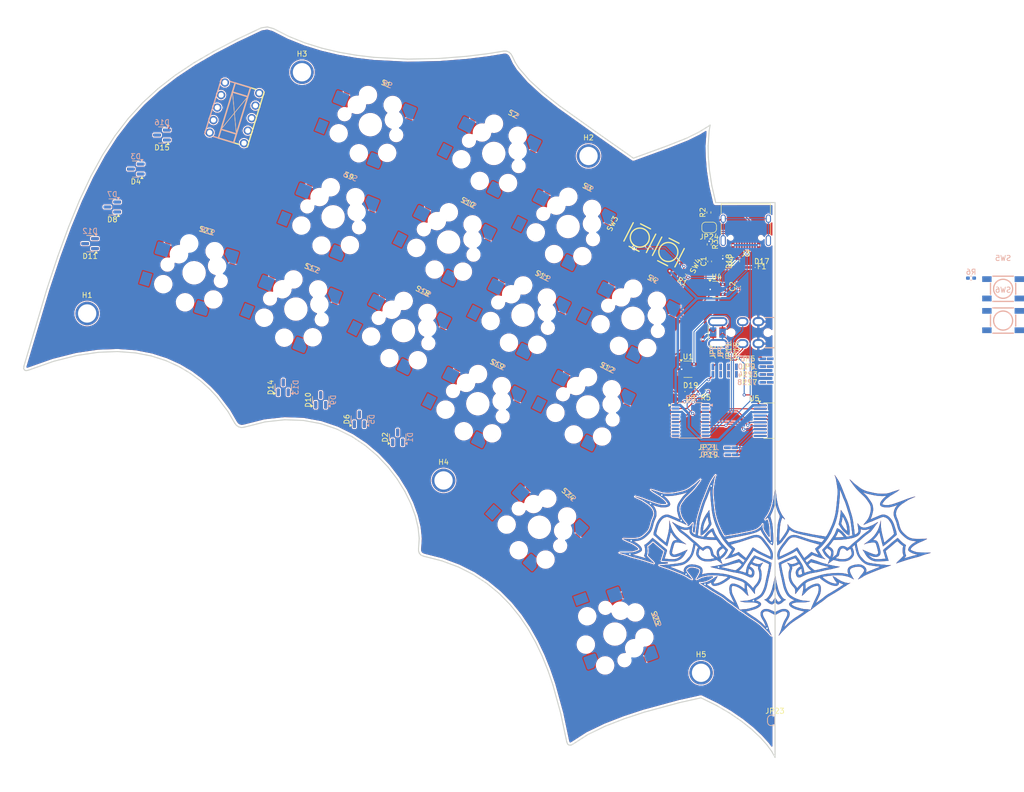
<source format=kicad_pcb>
(kicad_pcb (version 20240108) (generator "pcbnew") (generator_version "8.0")
  (layers (0 "F.Cu" signal) (31 "B.Cu" signal) (34 "B.Paste" user) (35 "F.Paste" user) (36 "B.SilkS" user "B.Silkscreen") (37 "F.SilkS" user "F.Silkscreen") (38 "B.Mask" user) (39 "F.Mask" user) (44 "Edge.Cuts" user))
  (net 0 "")
  (net 1 "VCC")
  (net 2 "GND")
  (net 3 "+3.3V")
  (net 4 "ROW1")
  (net 5 "Net-(D1-A-Pad1)")
  (net 6 "Net-(D1-A-Pad2)")
  (net 7 "Net-(D2-K)")
  (net 8 "Net-(D2-A-Pad1)")
  (net 9 "Net-(D2-A-Pad2)")
  (net 10 "Net-(D3-A-Pad2)")
  (net 11 "Net-(D3-A-Pad1)")
  (net 12 "Net-(D4-A-Pad2)")
  (net 13 "Net-(D4-A-Pad1)")
  (net 14 "Net-(D5-A-Pad2)")
  (net 15 "ROW2")
  (net 16 "Net-(D5-A-Pad1)")
  (net 17 "Net-(D6-A-Pad2)")
  (net 18 "Net-(D6-A-Pad1)")
  (net 19 "Net-(D6-K)")
  (net 20 "Net-(D7-A-Pad1)")
  (net 21 "Net-(D7-A-Pad2)")
  (net 22 "Net-(D8-A-Pad1)")
  (net 23 "Net-(D8-A-Pad2)")
  (net 24 "Net-(D9-A-Pad1)")
  (net 25 "ROW3")
  (net 26 "Net-(D9-A-Pad2)")
  (net 27 "Net-(D10-K)")
  (net 28 "Net-(D10-A-Pad1)")
  (net 29 "Net-(D10-A-Pad2)")
  (net 30 "Net-(D11-A-Pad1)")
  (net 31 "Net-(D11-A-Pad2)")
  (net 32 "Net-(D12-A-Pad1)")
  (net 33 "Net-(D12-A-Pad2)")
  (net 34 "Net-(D13-A-Pad2)")
  (net 35 "ROW4")
  (net 36 "Net-(D13-A-Pad1)")
  (net 37 "Net-(D14-A-Pad2)")
  (net 38 "Net-(D14-A-Pad1)")
  (net 39 "Net-(D14-K)")
  (net 40 "Net-(D15-A-Pad1)")
  (net 41 "Net-(D15-A-Pad2)")
  (net 42 "Net-(D16-A-Pad2)")
  (net 43 "Net-(D16-A-Pad1)")
  (net 44 "Net-(D17-A)")
  (net 45 "Net-(D18-A)")
  (net 46 "Net-(D19-A)")
  (net 47 "VBUS")
  (net 48 "PORT+")
  (net 49 "PORT-")
  (net 50 "Net-(J3-SHIELD)")
  (net 52 "Net-(J3-CC2)")
  (net 54 "Net-(J3-CC1)")
  (net 55 "L_ROW1")
  (net 56 "R_ROW1")
  (net 57 "Net-(JP5-B)")
  (net 58 "L_ROW2")
  (net 59 "R_ROW2")
  (net 60 "Net-(JP10-A)")
  (net 61 "L_ROW3")
  (net 62 "R_ROW3")
  (net 63 "Net-(JP13-B)")
  (net 64 "L_ROW4")
  (net 65 "R_ROW4")
  (net 66 "Net-(JP17-B)")
  (net 67 "COL1")
  (net 68 "L_COL1")
  (net 69 "COL4")
  (net 70 "R_COL1")
  (net 71 "L_COL2")
  (net 72 "COL2")
  (net 73 "R_COL2")
  (net 74 "COL3")
  (net 75 "Net-(SW3-A)")
  (net 76 "DP")
  (net 77 "USRLED")
  (net 78 "RST")
  (net 79 "Net-(J1-PadR1)")
  (net 80 "Net-(J1-PadR2)")
  (net 88 "Net-(SW5-A)")
  (net 94 "DM")
  (net 100 "R_TX")
  (net 101 "R_RX")
  (net 102 "L_RX")
  (net 103 "L_TX")
  (net 104 "Net-(U2-P36)")
  (net 105 "Net-(SW6-A)")
  (footprint "Package_SO:TSSOP-20_4.4x6.5mm_P0.65mm" (layer "F.Cu") (at 152.5 97.5325)
    (property "Reference" "U3")
    (property "Value" "CH552T")
  )
  (footprint "Package_TO_SOT_SMD:SOT-23" (layer "F.Cu") (at 46.5 49.5 180)
    (property "Reference" "D4")
    (property "Value" "BAS70-06-CAnode")
  )
  (footprint "Resistor_SMD:R_0402_1005Metric_Pad0.72x0.64mm_HandSolder" (layer "F.Cu") (at 156 57.8 90)
    (property "Reference" "R2")
    (property "Value" "5.1k")
  )
  (footprint "Resistor_SMD:R_0402_1005Metric" (layer "F.Cu") (at 155.4 92 180)
    (property "Reference" "R5")
    (property "Value" "1k")
  )
  (footprint "MyFootprintsCollection:SW_Hotswap_Kailh_Choc_MX_1.00u_One_Sided" (layer "F.Cu") (at 84.198144 58.635272 -22)
    (property "Reference" "S9" (hide yes))
    (property "Value" "Keyswitch" (hide yes))
  )
  (footprint "Resistor_SMD:R_0402_1005Metric" (layer "F.Cu") (at 161.5 67.1 90)
    (property "Reference" "R4")
    (property "Value" "1k")
  )
  (footprint "MyFootprintsCollection:MountingHole_3.5mmX4.5mm_Pad" (layer "F.Cu") (at 133 47)
    (property "Reference" "H2")
    (property "Value" "Mounting_Hole")
  )
  (footprint "MyFootprintsCollection:SW_Hotswap_Kailh_Choc_MX_1.00u_One_Sided" (layer "F.Cu") (at 57.639575 69.321057 -17)
    (property "Reference" "S23" (hide yes))
    (property "Value" "Keyswitch" (hide yes))
  )
  (footprint "MyFootprintsCollection:SolderJumper-1.25x0.5" (layer "F.Cu") (at 167 90.25)
    (property "Reference" "JP17")
    (property "Value" "SolderJumper_2_Open")
  )
  (footprint "LED_SMD:LED_0402_1005Metric" (layer "F.Cu") (at 158.65 67.15 -90)
    (property "Reference" "D18")
    (property "Value" "PWR LED")
  )
  (footprint "MyFootprintsCollection:SW_Hotswap_Kailh_Choc_MX_1.00u_One_Sided" (layer "F.Cu") (at 120.475312 77.416082 -27)
    (property "Reference" "S11" (hide yes))
    (property "Value" "Keyswitch" (hide yes))
  )
  (footprint "MyFootprintsCollection:SW_Hotswap_Kailh_Choc_MX_1.00u_One_Sided" (layer "F.Cu") (at 114.89595 46.515099 -27)
    (property "Reference" "S2" (hide yes))
    (property "Value" "Keyswitch" (hide yes))
  )
  (footprint "Package_TO_SOT_SMD:SOT-23-6" (layer "F.Cu") (at 152 87.75)
    (property "Reference" "U1")
    (property "Value" "USBLC6-2SC6")
  )
  (footprint "MyFootprintsCollection:SolderJumper-1.25x0.5" (layer "F.Cu") (at 167 88.75)
    (property "Reference" "JP13")
    (property "Value" "SolderJumper_2_Open")
  )
  (footprint "MyFootprintsCollection:SolderJumper-1.25x0.5" (layer "F.Cu") (at 167 87.25)
    (property "Reference" "JP9")
    (property "Value" "SolderJumper_2_Open")
  )
  (footprint "Resistor_SMD:R_0402_1005Metric_Pad0.72x0.64mm_HandSolder" (layer "F.Cu") (at 156.05 63.9 -90)
    (property "Reference" "R3")
    (property "Value" "5.1k")
  )
  (footprint "MyFootprintsCollection:SolderJumper-1.25x0.5" (layer "F.Cu") (at 159.75 88 -90)
    (property "Reference" "JP11")
    (property "Value" "SolderJumper_2_Open")
  )
  (footprint "MyFootprintsCollection:KEY-SMD_4P-L4.8-W4.8-P3.70-LS6.4-TL" (layer "F.Cu") (at 142.8 62.6 63)
    (property "Reference" "SW3")
    (property "Value" "BOOT")
  )
  (footprint "MyFootprintsCollection:SolderJumper-1.25x0.5" (layer "F.Cu") (at 161.25 88 -90)
    (property "Reference" "JP15")
    (property "Value" "SolderJumper_2_Open")
  )
  (footprint "MyFootprintsCollection:SolderJumper-1.25x0.5" (layer "F.Cu") (at 167 85.75)
    (property "Reference" "JP5")
    (property "Value" "SolderJumper_2_Open")
  )
  (footprint "Package_TO_SOT_SMD:SOT-23" (layer "F.Cu") (at 89.2125 97.3125 90)
    (property "Reference" "D6")
    (property "Value" "BAS70-05-CCatode")
  )
  (footprint "MyFootprintsCollection:SW_Hotswap_Kailh_Choc_MX_1.00u_One_Sided" (layer "F.Cu") (at 77.080619 76.251765 -22)
    (property "Reference" "S17" (hide yes))
    (property "Value" "Keyswitch" (hide yes))
  )
  (footprint "MyFootprintsCollection:SolderJumper-1.25x0.5" (layer "F.Cu") (at 160.35 104.1 180)
    (property "Reference" "JP19")
    (property "Value" "SolderJumper_2_Open")
  )
  (footprint "MyFootprintsCollection:SW_Hotswap_Kailh_Choc_MX_1.00u_One_Sided" (layer "F.Cu") (at 141.49035 78.022843 -27)
    (property "Reference" "S4" (hide yes))
    (property "Value" "Keyswitch" (hide yes))
  )
  (footprint "MyFootprintsCollection:SW_Hotswap_Kailh_Choc_MX_1.00u_One_Sided" (layer "F.Cu") (at 129.101131 60.486958 -27)
    (property "Reference" "S3" (hide yes))
    (property "Value" "Keyswitch" (hide yes))
  )
  (footprint "MyFootprintsCollection:MountingHole_3.5mmX4.5mm_Pad" (layer "F.Cu") (at 154.5 145.75)
    (property "Reference" "H5")
    (property "Value" "Mounting_Hole")
  )
  (footprint "MyFootprintsCollection:SolderJumper-F.Cu-B.Cu" (layer "F.Cu") (at 168.6096 154.85)
    (property "Reference" "JP23")
    (property "Value" "SolderJumper_2_Open")
  )
  (footprint "Capacitor_SMD:C_0402_1005Metric_Pad0.74x0.62mm_HandSolder" (layer "F.Cu") (at 156.15 67.15 90)
    (property "Reference" "C1")
    (property "Value" "100nF")
  )
  (footprint "Fuse:Fuse_0402_1005Metric_Pad0.77x0.64mm_HandSolder" (layer "F.Cu") (at 166.1 66.95 180)
    (property "Reference" "F1")
    (property "Value" "500mA")
  )
  (footprint "MyFootprintsCollection:SolderJumper-1.25x0.5" (layer "F.Cu") (at 156.75 88 -90)
    (property "Reference" "JP3")
    (property "Value" "SolderJumper_2_Open")
  )
  (footprint "Package_TO_SOT_SMD:SOT-23" (layer "F.Cu") (at 74.675 91.2125 90)
    (property "Reference" "D14")
    (property "Value" "BAS70-05-CCatode")
  )
  (footprint "MyFootprintsCollection:SW_Hotswap_Kailh_Choc_MX_1.00u_One_Sided" (layer "F.Cu") (at 111.849492 94.345206 -27)
    (property "Reference" "S19" (hide yes))
    (property "Value" "Keyswitch" (hide yes))
  )
  (footprint "Connector_USB:USB_C_Receptacle_HRO_TYPE-C-31-M-12" (layer "F.Cu") (at 163.05 60.04 180)
    (property "Reference" "J3")
    (property "Value" "USB_C_Receptacle_USB2.0")
  )
  (footprint "Diode_SMD:D_0402_1005Metric_Pad0.77x0.64mm_HandSolder" (layer "F.Cu") (at 166.1 68.3)
    (property "Reference" "D17")
    (property "Value" "PMEG2010EA")
  )
  (footprint "MyFootprintsCollection:SW_Hotswap_Kailh_Choc_MX_1.00u_One_Sided" (layer "F.Cu") (at 91.31567 41.018779 -22)
    (property "Reference" "S1" (hide yes))
    (property "Value" "Keyswitch" (hide yes))
  )
  (footprint "Package_TO_SOT_SMD:SOT-23" (layer "F.Cu") (at 81.825 93.6125 90)
    (property "Reference" "D10")
    (property "Value" "BAS70-05-CCatode")
  )
  (footprint "MyFootprintsCollection:PJ-320A-REVERSIBLE-B.Cu-placing" (layer "F.Cu") (at 168.755633 80.75 -90)
    (property "Reference" "J2")
    (property "Value" "AudioJack4" (hide yes))
  )
  (footprint "MyFootprintsCollection:SolderJumper-1.25x0.5" (layer "F.Cu") (at 158.25 88 -90)
    (property "Reference" "JP7")
    (property "Value" "SolderJumper_2_Open")
  )
  (footprint "Package_TO_SOT_SMD:SOT-23-6" (layer "F.Cu") (at 157.5 72.5)
    (property "Reference" "U4")
    (property "Value" "USBLC6-2SC6")
  )
  (footprint "MyFootprintsCollection:PJ-320A-REVERSIBLE-F.Cu-placing" (layer "F.Cu") (at 168.75 80.748792 -90)
    (property "Reference" "J1")
    (property "Value" "AudioJack4" (hide yes))
  )
  (footprint "MyFootprintsCollection:SW_Hotswap_Kailh_Choc_MX_1.00u_One_Sided" (layer "F.Cu") (at 138.033774 138.347315 -70)
    (property "Reference" "S25" (hide yes))
    (property "Value" "Keyswitch" (hide yes))
  )
  (footprint "Resistor_SMD:R_0402_1005Metric_Pad0.72x0.64mm_HandSolder" (layer "F.Cu") (at 151.45 69.95 153)
    (property "Reference" "R1")
    (property "Value" "10k")
  )
  (footprint "Package_TO_SOT_SMD:SOT-23" (layer "F.Cu") (at 51.5 43 180)
    (property "Reference" "D15")
    (property "Value" "BAS70-06-CAnode")
  )
  (footprint "MyFootprintsCollection:SW_Hotswap_Kailh_Choc_MX_1.00u_One_Sided" (layer "F.Cu") (at 123.617572 117.947828 -41.999)
    (property "Reference" "S24" (hide yes))
    (property "Value" "Keyswitch" (hide yes))
  )
  (footprint "MyFootprintsCollection:KEY-SMD_4P-L4.8-W4.8-P3.70-LS6.4-TL" (layer "F.Cu") (at 148.25 65.35 -117)
    (property "Reference" "SW4")
    (property "Value" "RESET")
  )
  (footprint "MyFootprintsCollection:MountingHole_3.5mmX4.5mm_Pad" (layer "F.Cu") (at 105.301486 108.996454)
    (property "Reference" "H4")
    (property "Value" "Mounting_Hole")
  )
  (footprint "MyFootprintsCollection:SW_Hotswap_Kailh_Choc_MX_1.00u_One_Sided" (layer "F.Cu") (at 97.644311 80.373347 -27)
    (property "Reference" "S18" (hide yes))
    (property "Value" "Keyswitch" (hide yes))
  )
  (footprint "Package_TO_SOT_SMD:SOT-23" (layer "F.Cu") (at 37.7625 63.75 180)
    (property "Reference" "D11")
    (property "Value" "BAS70-06-CAnode")
  )
  (footprint "Package_TO_SOT_SMD:SOT-23" (layer "F.Cu") (at 42.0125 56.75 180)
    (property "Reference" "D8")
    (property "Value" "BAS70-06-CAnode")
  )
  (footprint "MyFootprintsCollection:SW-TH_SSCF110100" (layer "F.Cu") (at 68.631037 39.771714 -17)
    (property "Reference" "SW2" (hide yes))
    (property "Value" "~")
  )
  (footprint "MyFootprintsCollection:SW_Hotswap_Kailh_Choc_MX_1.00u_One_Sided" (layer "F.Cu") (at 132.864531 94.951967 -27)
    (property "Reference" "S12" (hide yes))
    (property "Value" "Keyswitch" (hide yes))
  )
  (footprint "Package_TO_SOT_SMD:SOT-23" (layer "F.Cu") (at 96.5375 100.7625 90)
    (property "Reference" "D2")
    (property "Value" "BAS70-05-CCatode")
  )
  (footprint "MyFootprintsCollection:MountingHole_3.5mmX4.5mm_Pad" (layer "F.Cu") (at 78.25 31)
    (property "Reference" "H3")
    (property "Value" "Mounting_Hole")
  )
  (footprint "LED_SMD:LED_0402_1005Metric" (layer "F.Cu") (at 152.515 92)
    (property "Reference" "D19")
    (property "Value" "USR LED")
  )
  (footprint "MyFootprintsCollection:SolderJumper-1.25x0.5" (layer "F.Cu") (at 160.25 102.75 180)
    (property "Reference" "JP21")
    (property "Value" "SolderJumper_2_Open")
  )
  (footprint "Capacitor_SMD:C_0402_1005Metric_Pad0.74x0.62mm_HandSolder" (layer "F.Cu") (at 161.68 71.95 90)
    (property "Reference" "C2")
    (property "Value" "100nF")
  )
  (footprint "Jumper:SolderJumper-2_P1.3mm_Open_RoundedPad1.0x1.5mm" (layer "F.Cu") (at 156.05 60.65 180)
    (property "Reference" "JP24")
    (property "Value" "SolderJumper_2_Open")
  )
  (footprint "MyFootprintsCollection:TSSOP-20_4.4x6.5mm_P0.65mm-REVERSIBLE" (layer "F.Cu") (at 168.66875 97.575)
    (property "Reference" "U5")
    (property "Value" "CH552T")
  )
  (footprint "MyFootprintsCollection:SW_Hotswap_Kailh_Choc_MX_1.00u_One_Sided" (layer "F.Cu") (at 106.270131 63.444223 -27)
    (property "Reference" "S10" (hide yes))
    (property "Value" "Keyswitch" (hide yes))
  )
  (footprint "MyFootprintsCollection:kazhantest2_1_1_1" (layer "F.Cu") (at 168.65 132.25)
    (property "Reference" "G***" (hide yes))
    (property "Value" "LOGO" (hide yes))
  )
  (footprint "MyFootprintsCollection:MountingHole_3.5mmX4.5mm_Pad" (layer "F.Cu") (at 37.201486 77.096454)
    (property "Reference" "H1")
    (property "Value" "Mounting_Hole")
  )
  (footprint "MyFootprintsCollection:SW_Hotswap_Kailh_Choc_MX_1.00u_One_Sided" (layer "B.Cu") (at 132.864531 94.951967 153)
    (property "Reference" "S13" (hide yes))
    (property "Value" "Keyswitch" (hide yes))
  )
  (footprint "MyFootprintsCollection:SolderJumper-1.25x0.5" (layer "B.Cu") (at 159.75 88 90)
    (property "Reference" "JP12")
    (property "Value" "SolderJumper_2_Open")
  )
  (footprint "MyFootprintsCollection:SW_Hotswap_Kailh_Choc_MX_1.00u_One_Sided" (layer "B.Cu") (at 111.849492 94.345206 153)
    (property "Reference" "S20" (hide yes))
    (property "Value" "Keyswitch" (hide yes))
  )
  (footprint "MyFootprintsCollection:SW_Hotswap_Kailh_Choc_MX_1.00u_One_Sided" (layer "B.Cu") (at 120.475312 77.416082 153)
    (property "Reference" "S14" (hide yes))
    (property "Value" "Keyswitch" (hide yes))
  )
  (footprint "MyFootprintsCollection:SW_Hotswap_Kailh_Choc_MX_1.00u_One_Sided" (layer "B.Cu") (at 97.644311 80.373347 153)
    (property "Reference" "S21" (hide yes))
    (property "Value" "Keyswitch" (hide yes))
  )
  (footprint "MyFootprintsCollection:SolderJumper-1.25x0.5" (layer "B.Cu") (at 160.35 104.1)
    (property "Reference" "JP20")
    (property "Value" "SolderJumper_2_Open")
  )
  (footprint "MyFootprintsCollection:SW-TH_SSCF110100" (layer "B.Cu") (at 62.064627 37.752978 163)
    (property "Reference" "SW1" (hide yes))
    (property "Value" "~")
  )
  (footprint "MyFootprintsCollection:SW_Hotswap_Kailh_Choc_MX_1.00u_One_Sided" (layer "B.Cu") (at 141.49035 78.022843 153)
    (property "Reference" "S5" (hide yes))
    (property "Value" "Keyswitch" (hide yes))
  )
  (footprint "Resistor_SMD:R_0402_1005Metric_Pad0.72x0.64mm_HandSolder" (layer "B.Cu") (at 206.089284 70.34 180)
    (property "Reference" "R6")
    (property "Value" "10k")
  )
  (footprint "Package_TO_SOT_SMD:SOT-23" (layer "B.Cu") (at 96.525 100.775 90)
    (property "Reference" "D1")
    (property "Value" "BAS70-06-CAnode")
  )
  (footprint "MyFootprintsCollection:SolderJumper-1.25x0.5" (layer "B.Cu") (at 156.75 88 90)
    (property "Reference" "JP4")
    (property "Value" "SolderJumper_2_Open")
  )
  (footprint "MyFootprintsCollection:SW_Hotswap_Kailh_Choc_MX_1.00u_One_Sided" (layer "B.Cu") (at 57.639575 69.321057 163)
    (property "Reference" "S28" (hide yes))
    (property "Value" "Keyswitch" (hide yes))
  )
  (footprint "MyFootprintsCollection:KEY-SMD_4P-L4.8-W4.8-P3.70-LS6.4-TL" (layer "B.Cu") (at 212.214284 72.38 180)
    (property "Reference" "SW5")
    (property "Value" "BOOT")
  )
  (footprint "MyFootprintsCollection:SolderJumper-1.25x0.5" (layer "B.Cu") (at 167 88.75 180)
    (property "Reference" "JP14")
    (property "Value" "SolderJumper_2_Open")
  )
  (footprint "Package_TO_SOT_SMD:SOT-23" (layer "B.Cu") (at 89.2 97.3125 90)
    (property "Reference" "D5")
    (property "Value" "BAS70-06-CAnode")
  )
  (footprint "MyFootprintsCollection:SW_Hotswap_Kailh_Choc_MX_1.00u_One_Sided" (layer "B.Cu") (at 123.617572 117.947828 138.002)
    (property "Reference" "S27" (hide yes))
    (property "Value" "Keyswitch" (hide yes))
  )
  (footprint "Package_TO_SOT_SMD:SOT-23" (layer "B.Cu") (at 46.4875 49.5 180)
    (property "Reference" "D3")
    (property "Value" "BAS70-05-CCatode")
  )
  (footprint "MyFootprintsCollection:SolderJumper-1.25x0.5" (layer "B.Cu") (at 160.25 102.75)
    (property "Reference" "JP22")
    (property "Value" "SolderJumper_2_Open")
  )
  (footprint "Package_TO_SOT_SMD:SOT-23" (layer "B.Cu") (at 51.5 43 180)
    (property "Reference" "D16")
    (property "Value" "BAS70-05-CCatode")
  )
  (footprint "Package_TO_SOT_SMD:SOT-23" (layer "B.Cu") (at 37.75 63.75 180)
    (property "Reference" "D12")
    (property "Value" "BAS70-05-CCatode")
  )
  (footprint "MyFootprintsCollection:SW_Hotswap_Kailh_Choc_MX_1.00u_One_Sided" (layer "B.Cu") (at 84.198144 58.635272 158)
    (property "Reference" "S16" (hide yes))
    (property "Value" "Keyswitch" (hide yes))
  )
  (footprint "Package_SO:TSSOP-20_4.4x6.5mm_P0.65mm" (layer "B.Cu") (at 152.5 97.5325 180)
    (property "Reference" "U2")
    (property "Value" "CH552T")
  )
  (footprint "MyFootprintsCollection:SW_Hotswap_Kailh_Choc_MX_1.00u_One_Sided" (layer "B.Cu") (at 91.315669 41.018779 158)
    (property "Reference" "S8" (hide yes))
    (property "Value" "Keyswitch" (hide yes))
  )
  (footprint "MyFootprintsCollection:SW_Hotswap_Kailh_Choc_MX_1.00u_One_Sided" (layer "B.Cu") (at 129.101131 60.486958 153)
    (property "Reference" "S6" (hide yes))
    (property "Value" "Keyswitch" (hide yes))
  )
  (footprint "MyFootprintsCollection:KEY-SMD_4P-L4.8-W4.8-P3.70-LS6.4-TL" (layer "B.Cu") (at 212.214284 78.45 180)
    (property "Reference" "SW6")
    (property "Value" "RESET")
  )
  (footprint "MyFootprintsCollection:SolderJumper-1.25x0.5" (layer "B.Cu") (at 161.25 88 90)
    (property "Reference" "JP16")
    (property "Value" "SolderJumper_2_Open")
  )
  (footprint "Package_TO_SOT_SMD:SOT-23" (layer "B.Cu") (at 74.675 91.2125 90)
    (property "Reference" "D13")
    (property "Value" "BAS70-06-CAnode")
  )
  (footprint "MyFootprintsCollection:SW_Hotswap_Kailh_Choc_MX_1.00u_One_Sided" (layer "B.Cu") (at 77.080619 76.251765 158)
    (property "Reference" "S22" (hide yes))
    (property "Value" "Keyswitch" (hide yes))
  )
  (footprint "MyFootprintsCollection:SW_Hotswap_Kailh_Choc_MX_1.00u_One_Sided" (layer "B.Cu") (at 106.270131 63.444223 153)
    (property "Reference" "S15" (hide yes))
    (property "Value" "Keyswitch" (hide yes))
  )
  (footprint "MyFootprintsCollection:SolderJumper-1.25x0.5" (layer "B.Cu") (at 167 87.25 180)
    (property "Reference" "JP10")
    (property "Value" "SolderJumper_2_Open")
  )
  (footprint "MyFootprintsCollection:SW_Hotswap_Kailh_Choc_MX_1.00u_One_Sided" (layer "B.Cu") (at 138.033773 138.347315 110)
    (property "Reference" "S26" (hide yes))
    (property "Value" "Keyswitch" (hide yes))
  )
  (footprint "MyFootprintsCollection:SolderJumper-1.25x0.5" (layer "B.Cu") (at 167 90.25 180)
    (property "Reference" "JP18")
    (property "Value" "SolderJumper_2_Open")
  )
  (footprint "Package_TO_SOT_SMD:SOT-23" (layer "B.Cu") (at 42 56.75 180)
    (property "Reference" "D7")
    (property "Value" "BAS70-05-CCatode")
  )
  (footprint "MyFootprintsCollection:SolderJumper-1.25x0.5" (layer "B.Cu") (at 158.25 88 90)
    (property "Reference" "JP8")
    (property "Value" "SolderJumper_2_Open")
  )
  (footprint "MyFootprintsCollection:SolderJumper-1.25x0.5" (layer "B.Cu") (at 167 85.75 180)
    (property "Reference" "JP6")
    (property "Value" "SolderJumper_2_Open")
  )
  (footprint "MyFootprintsCollection:SW_Hotswap_Kailh_Choc_MX_1.00u_One_Sided" (layer "B.Cu") (at 114.89595 46.515099 153)
    (property "Reference" "S7" (hide yes))
    (property "Value" "Keyswitch" (hide yes))
  )
  (footprint "Package_TO_SOT_SMD:SOT-23" (layer "B.Cu") (at 81.825 93.6125 90)
    (property "Reference" "D9")
    (property "Value" "BAS70-06-CAnode")
  )
  (gr_line (start 127.431858 37.401336) (end 124.34249 34.947757) (stroke (width 0.2)) (layer "Edge.Cuts"))
  (gr_line (start 25.983725 87.927428) (end 30.777176 86.241632) (stroke (width 0.2)) (layer "Edge.Cuts"))
  (gr_line (start 85.350855 27.1852) (end 82.07129 26.409673) (stroke (width 0.2)) (layer "Edge.Cuts"))
  (gr_line (start 61.480966 26.952433) (end 57.580661 29.215013) (stroke (width 0.2)) (layer "Edge.Cuts"))
  (gr_line (start 125.216233 145.225345) (end 126.161664 147.971479) (stroke (width 0.2)) (layer "Edge.Cuts"))
  (gr_line (start 65.728353 98.48501) (end 66.170834 98.770483) (stroke (width 0.2)) (layer "Edge.Cuts"))
  (gr_line (start 150.370753 151.452578) (end 154.474545 150.53805) (stroke (width 0.2)) (layer "Edge.Cuts"))
  (gr_line (start 100.685095 122.933471) (end 101.010304 123.277962) (stroke (width 0.2)) (layer "Edge.Cuts"))
  (gr_line (start 141.572065 47.421682) (end 134.433805 42.404121) (stroke (width 0.2)) (layer "Edge.Cuts"))
  (gr_line (start 130.068235 159.353663) (end 132.849009 157.561531) (stroke (width 0.2)) (layer "Edge.Cuts"))
  (gr_line (start 117.809726 27.164279) (end 117.344424 26.965674) (stroke (width 0.2)) (layer "Edge.Cuts"))
  (gr_line (start 157.375648 151.949172) (end 159.959498 153.451715) (stroke (width 0.2)) (layer "Edge.Cuts"))
  (gr_line (start 50.777637 34.101522) (end 47.802881 36.830748) (stroke (width 0.2)) (layer "Edge.Cuts"))
  (gr_line (start 40.153419 46.794107) (end 37.908472 50.882617) (stroke (width 0.2)) (layer "Edge.Cuts"))
  (gr_line (start 99.049043 113.444801) (end 99.902943 115.782134) (stroke (width 0.2)) (layer "Edge.Cuts"))
  (gr_line (start 156.058119 42.143763) (end 156.234525 41.114022) (stroke (width 0.2)) (layer "Edge.Cuts"))
  (gr_line (start 100.438688 118.019575) (end 100.647421 120.098832) (stroke (width 0.2)) (layer "Edge.Cuts"))
  (gr_line (start 45.064605 39.820821) (end 42.52679 43.124391) (stroke (width 0.2)) (layer "Edge.Cuts"))
  (gr_line (start 91.973215 28.154804) (end 88.66371 27.759753) (stroke (width 0.2)) (layer "Edge.Cuts"))
  (gr_line (start 156.106878 49.753375) (end 155.892407 47.222656) (stroke (width 0.2)) (layer "Edge.Cuts"))
  (gr_line (start 155.892407 47.222656) (end 155.853346 45.09336) (stroke (width 0.2)) (layer "Edge.Cuts"))
  (gr_line (start 155.853346 45.09336) (end 156.058119 42.143763) (stroke (width 0.2)) (layer "Edge.Cuts"))
  (gr_line (start 154.474545 150.53805) (end 157.375648 151.949172) (stroke (width 0.2)) (layer "Edge.Cuts"))
  (gr_line (start 66.6813 98.89158) (end 67.209875 98.824181) (stroke (width 0.2)) (layer "Edge.Cuts"))
  (gr_line (start 109.708057 27.958059) (end 104.444937 28.369449) (stroke (width 0.2)) (layer "Edge.Cuts"))
  (gr_line (start 71.190835 97.813304) (end 74.959918 97.402059) (stroke (width 0.2)) (layer "Edge.Cuts"))
  (gr_line (start 81.827023 98.145292) (end 84.907334 99.183184) (stroke (width 0.2)) (layer "Edge.Cuts"))
  (gr_line (start 101.010304 123.277962) (end 101.479845 123.473479) (stroke (width 0.2)) (layer "Edge.Cuts"))
  (gr_line (start 30.777176 86.241632) (end 35.204641 85.123941) (stroke (width 0.2)) (layer "Edge.Cuts"))
  (gr_line (start 46.409751 84.624711) (end 49.4919 85.224654) (stroke (width 0.2)) (layer "Edge.Cuts"))
  (gr_line (start 156.557593 52.65934) (end 156.106878 49.753375) (stroke (width 0.2)) (layer "Edge.Cuts"))
  (gr_line (start 84.907334 99.183184) (end 87.740341 100.587533) (stroke (width 0.2)) (layer "Edge.Cuts"))
  (gr_line (start 52.267378 86.115309) (end 54.748045 87.241198) (stroke (width 0.2)) (layer "Edge.Cuts"))
  (gr_line (start 33.659779 60.526621) (end 31.583997 66.187412) (stroke (width 0.2)) (layer "Edge.Cuts"))
  (gr_line (start 99.902943 115.782134) (end 100.438688 118.019575) (stroke (width 0.2)) (layer "Edge.Cuts"))
  (gr_line (start 119.707943 30.220776) (end 118.976155 29.088897) (stroke (width 0.2)) (layer "Edge.Cuts"))
  (gr_line (start 54.748045 87.241198) (end 56.945765 88.546841) (stroke (width 0.2)) (layer "Edge.Cuts"))
  (gr_line (start 66.170834 98.770483) (end 66.6813 98.89158) (stroke (width 0.2)) (layer "Edge.Cuts"))
  (gr_line (start 110.988033 126.976385) (end 113.572612 128.664559) (stroke (width 0.2)) (layer "Edge.Cuts"))
  (gr_line (start 104.958588 124.356067) (end 108.122338 125.531962) (stroke (width 0.2)) (layer "Edge.Cuts"))
  (gr_line (start 92.629018 104.26243) (end 94.666975 106.416392) (stroke (width 0.2)) (layer "Edge.Cuts"))
  (gr_line (start 154.097776 42.43446) (end 151.785373 43.577766) (stroke (width 0.2)) (layer "Edge.Cuts"))
  (gr_line (start 148.031931 45.066115) (end 141.572065 47.421682) (stroke (width 0.2)) (layer "Edge.Cuts"))
  (gr_line (start 42.52679 43.124391) (end 40.153419 46.794107) (stroke (width 0.2)) (layer "Edge.Cuts"))
  (gr_line (start 143.622748 153.283334) (end 150.370753 151.452578) (stroke (width 0.2)) (layer "Edge.Cuts"))
  (gr_line (start 65.403735 98.059283) (end 65.728353 98.48501) (stroke (width 0.2)) (layer "Edge.Cuts"))
  (gr_line (start 159.959498 153.451715) (end 162.223225 155.001506) (stroke (width 0.2)) (layer "Edge.Cuts"))
  (gr_line (start 64.105345 95.829632) (end 65.403735 98.059283) (stroke (width 0.2)) (layer "Edge.Cuts"))
  (gr_line (start 71.640868 22.344574) (end 70.459255 22.525372) (stroke (width 0.2)) (layer "Edge.Cuts"))
  (gr_line (start 121.719786 32.548601) (end 119.707943 30.220776) (stroke (width 0.2)) (layer "Edge.Cuts"))
  (gr_line (start 98.435616 28.492292) (end 91.973215 28.154804) (stroke (width 0.2)) (layer "Edge.Cuts"))
  (gr_line (start 100.520285 121.96161) (end 100.517371 122.481017) (stroke (width 0.2)) (layer "Edge.Cuts"))
  (gr_line (start 100.647421 120.098832) (end 100.520285 121.96161) (stroke (width 0.2)) (layer "Edge.Cuts"))
  (gr_line (start 25.222248 87.907324) (end 25.534364 88.020162) (stroke (width 0.2)) (layer "Edge.Cuts"))
  (gr_line (start 108.122338 125.531962) (end 110.988033 126.976385) (stroke (width 0.2)) (layer "Edge.Cuts"))
  (gr_line (start 127.683453 153.501189) (end 128.826065 158.915628) (stroke (width 0.2)) (layer "Edge.Cuts"))
  (gr_line (start 74.959918 97.402059) (end 78.508266 97.532153) (stroke (width 0.2)) (layer "Edge.Cuts"))
  (gr_line (start 47.802881 36.830748) (end 45.064605 39.820821) (stroke (width 0.2)) (layer "Edge.Cuts"))
  (gr_line (start 115.893013 130.571703) (end 117.966174 132.67304) (stroke (width 0.2)) (layer "Edge.Cuts"))
  (gr_line (start 72.798735 22.662512) (end 71.640868 22.344574) (stroke (width 0.2)) (layer "Edge.Cuts"))
  (gr_line (start 139.872332 154.515746) (end 143.622748 153.283334) (stroke (width 0.2)) (layer "Edge.Cuts"))
  (gr_line (start 65.761825 24.740102) (end 61.480966 26.952433) (stroke (width 0.2)) (layer "Edge.Cuts"))
  (gr_line (start 25.118685 87.156736) (end 25.07461 87.611864) (stroke (width 0.2)) (layer "Edge.Cuts"))
  (gr_line (start 162.223225 155.001506) (end 164.163959 156.554369) (stroke (width 0.2)) (layer "Edge.Cuts"))
  (gr_line (start 96.422202 108.703636) (end 97.885844 111.065871) (stroke (width 0.2)) (layer "Edge.Cuts"))
  (gr_line (start 124.125193 142.524731) (end 125.216233 145.225345) (stroke (width 0.2)) (layer "Edge.Cuts"))
  (gr_line (start 25.07461 87.611864) (end 25.222248 87.907324) (stroke (width 0.2)) (layer "Edge.Cuts"))
  (gr_line (start 29.492566 72.477595) (end 25.118685 87.156736) (stroke (width 0.2)) (layer "Edge.Cuts"))
  (gr_line (start 49.4919 85.224654) (end 52.267378 86.115309) (stroke (width 0.2)) (layer "Edge.Cuts"))
  (gr_line (start 119.809035 134.94379) (end 121.438533 137.359174) (stroke (width 0.2)) (layer "Edge.Cuts"))
  (gr_line (start 56.945765 88.546841) (end 58.8724 89.976761) (stroke (width 0.2)) (layer "Edge.Cuts"))
  (gr_line (start 54.024891 31.580493) (end 50.777637 34.101522) (stroke (width 0.2)) (layer "Edge.Cuts"))
  (gr_line (start 151.785373 43.577766) (end 148.031931 45.066115) (stroke (width 0.2)) (layer "Edge.Cuts"))
  (gr_line (start 129.281726 159.571947) (end 129.649949 159.575262) (stroke (width 0.2)) (layer "Edge.Cuts"))
  (gr_line (start 117.966174 132.67304) (end 119.809035 134.94379) (stroke (width 0.2)) (layer "Edge.Cuts"))
  (gr_line (start 87.740341 100.587533) (end 90.317187 102.300046) (stroke (width 0.2)) (layer "Edge.Cuts"))
  (gr_line (start 43.009066 84.370959) (end 46.409751 84.624711) (stroke (width 0.2)) (layer "Edge.Cuts"))
  (gr_line (start 67.209875 98.824181) (end 71.190835 97.813304) (stroke (width 0.2)) (layer "Edge.Cuts"))
  (gr_line (start 118.188758 27.515236) (end 117.809726 27.164279) (stroke (width 0.2)) (layer "Edge.Cuts"))
  (gr_line (start 168.639575 161.913067) (end 168.639575 55.902998) (stroke (width 0.2)) (layer "Edge.Cuts"))
  (gr_line (start 164.163959 156.554369) (end 165.77883 158.066132) (stroke (width 0.2)) (layer "Edge.Cuts"))
  (gr_line (start 88.66371 27.759753) (end 85.350855 27.1852) (stroke (width 0.2)) (layer "Edge.Cuts"))
  (gr_line (start 82.07129 26.409673) (end 78.861655 25.411698) (stroke (width 0.2)) (layer "Edge.Cuts"))
  (gr_line (start 168.639575 55.902998) (end 157.305385 55.914369) (stroke (width 0.2)) (layer "Edge.Cuts"))
  (gr_line (start 126.161664 147.971479) (end 127.683453 153.501189) (stroke (width 0.2)) (layer "Edge.Cuts"))
  (gr_line (start 132.849009 157.561531) (end 136.199063 155.945351) (stroke (width 0.2)) (layer "Edge.Cuts"))
  (gr_line (start 35.755932 55.442572) (end 33.659779 60.526621) (stroke (width 0.2)) (layer "Edge.Cuts"))
  (gr_line (start 117.344424 26.965674) (end 116.823215 26.956772) (stroke (width 0.2)) (layer "Edge.Cuts"))
  (gr_line (start 136.199063 155.945351) (end 139.872332 154.515746) (stroke (width 0.2)) (layer "Edge.Cuts"))
  (gr_line (start 57.580661 29.215013) (end 54.024891 31.580493) (stroke (width 0.2)) (layer "Edge.Cuts"))
  (gr_line (start 113.931857 27.429905) (end 109.708057 27.958059) (stroke (width 0.2)) (layer "Edge.Cuts"))
  (gr_line (start 94.666975 106.416392) (end 96.422202 108.703636) (stroke (width 0.2)) (layer "Edge.Cuts"))
  (gr_line (start 58.8724 89.976761) (end 60.539813 91.475479) (stroke (width 0.2)) (layer "Edge.Cuts"))
  (gr_line (start 116.823215 26.956772) (end 113.931857 27.429905) (stroke (width 0.2)) (layer "Edge.Cuts"))
  (gr_line (start 97.885844 111.065871) (end 99.049043 113.444801) (stroke (width 0.2)) (layer "Edge.Cuts"))
  (gr_line (start 60.539813 91.475479) (end 61.959867 92.987516) (stroke (width 0.2)) (layer "Edge.Cuts"))
  (gr_line (start 122.871606 139.894414) (end 124.125193 142.524731) (stroke (width 0.2)) (layer "Edge.Cuts"))
  (gr_line (start 100.517371 122.481017) (end 100.685095 122.933471) (stroke (width 0.2)) (layer "Edge.Cuts"))
  (gr_line (start 128.826065 158.915628) (end 128.996215 159.349982) (stroke (width 0.2)) (layer "Edge.Cuts"))
  (gr_line (start 128.996215 159.349982) (end 129.281726 159.571947) (stroke (width 0.2)) (layer "Edge.Cuts"))
  (gr_line (start 104.444937 28.369449) (end 98.435616 28.492292) (stroke (width 0.2)) (layer "Edge.Cuts"))
  (gr_line (start 70.459255 22.525372) (end 65.761825 24.740102) (stroke (width 0.2)) (layer "Edge.Cuts"))
  (gr_line (start 78.508266 97.532153) (end 81.827023 98.145292) (stroke (width 0.2)) (layer "Edge.Cuts"))
  (gr_line (start 156.234525 41.114022) (end 154.097776 42.43446) (stroke (width 0.2)) (layer "Edge.Cuts"))
  (gr_line (start 31.583997 66.187412) (end 29.492566 72.477595) (stroke (width 0.2)) (layer "Edge.Cuts"))
  (gr_line (start 61.959867 92.987516) (end 64.105345 95.829632) (stroke (width 0.2)) (layer "Edge.Cuts"))
  (gr_line (start 39.277984 84.518876) (end 43.009066 84.370959) (stroke (width 0.2)) (layer "Edge.Cuts"))
  (gr_line (start 157.305385 55.914369) (end 156.557593 52.65934) (stroke (width 0.2)) (layer "Edge.Cuts"))
  (gr_line (start 121.438533 137.359174) (end 122.871606 139.894414) (stroke (width 0.2)) (layer "Edge.Cuts"))
  (gr_line (start 165.77883 158.066132) (end 167.06497 159.492618) (stroke (width 0.2)) (layer "Edge.Cuts"))
  (gr_line (start 168.019508 160.789655) (end 168.639575 161.913067) (stroke (width 0.2)) (layer "Edge.Cuts"))
  (gr_line (start 101.479845 123.473479) (end 104.958588 124.356067) (stroke (width 0.2)) (layer "Edge.Cuts"))
  (gr_line (start 134.433805 42.404121) (end 127.431858 37.401336) (stroke (width 0.2)) (layer "Edge.Cuts"))
  (gr_line (start 167.06497 159.492618) (end 168.019508 160.789655) (stroke (width 0.2)) (layer "Edge.Cuts"))
  (gr_line (start 75.75859 24.169802) (end 72.798735 22.662512) (stroke (width 0.2)) (layer "Edge.Cuts"))
  (gr_line (start 90.317187 102.300046) (end 92.629018 104.26243) (stroke (width 0.2)) (layer "Edge.Cuts"))
  (gr_line (start 35.204641 85.123941) (end 39.277984 84.518876) (stroke (width 0.2)) (layer "Edge.Cuts"))
  (gr_line (start 25.534364 88.020162) (end 25.983725 87.927428) (stroke (width 0.2)) (layer "Edge.Cuts"))
  (gr_line (start 124.34249 34.947757) (end 121.719786 32.548601) (stroke (width 0.2)) (layer "Edge.Cuts"))
  (gr_line (start 129.649949 159.575262) (end 130.068235 159.353663) (stroke (width 0.2)) (layer "Edge.Cuts"))
  (gr_line (start 118.451155 27.981192) (end 118.188758 27.515236) (stroke (width 0.2)) (layer "Edge.Cuts"))
  (gr_line (start 78.861655 25.411698) (end 75.75859 24.169802) (stroke (width 0.2)) (layer "Edge.Cuts"))
  (gr_line (start 118.976155 29.088897) (end 118.451155 27.981192) (stroke (width 0.2)) (layer "Edge.Cuts"))
  (gr_line (start 37.908472 50.882617) (end 35.755932 55.442572) (stroke (width 0.2)) (layer "Edge.Cuts"))
  (gr_line (start 113.572612 128.664559) (end 115.893013 130.571703) (stroke (width 0.2)) (layer "Edge.Cuts"))
  (via (at 141.15 120.5) (size 0.6) (drill 0.3) (layers "F.Cu" "B.Cu") (net 0))
  (via (at 167.95 120.9) (size 0.6) (drill 0.3) (layers "F.Cu" "B.Cu") (net 0))
  (via (at 155.25 128.85) (size 0.6) (drill 0.3) (layers "F.Cu" "B.Cu") (net 0))
  (via (at 140.9 123.1) (size 0.6) (drill 0.3) (layers "F.Cu" "B.Cu") (net 0))
  (via (at 150.7 116.65) (size 0.6) (drill 0.3) (layers "F.Cu" "B.Cu") (net 0))
  (via (at 157.85 125.55) (size 0.6) (drill 0.3) (layers "F.Cu" "B.Cu") (net 0))
  (via (at 164.5 131.95) (size 0.6) (drill 0.3) (layers "F.Cu" "B.Cu") (net 0))
  (via (at 147 111.8) (size 0.6) (drill 0.3) (layers "F.Cu" "B.Cu") (net 0))
  (via (at 151.65 126.9) (size 0.6) (drill 0.3) (layers "F.Cu" "B.Cu") (net 0))
  (via (at 167.1 137.25) (size 0.6) (drill 0.3) (layers "F.Cu" "B.Cu") (net 0))
  (via (at 144.85 113.4) (size 0.6) (drill 0.3) (layers "F.Cu" "B.Cu") (net 0))
  (via (at 156.45 110.05) (size 0.6) (drill 0.3) (layers "F.Cu" "B.Cu") (net 0))
  (segment (start 155.558 80.242) (end 156.817633 80.242) (width 0.5) (layer "F.Cu") (net 1))
  (segment (start 153.799999 87.75) (end 154.85 86.699999) (width 0.5) (layer "F.Cu") (net 1))
  (segment (start 157.975001 72.5) (end 157.5 72.024999) (width 0.5) (layer "F.Cu") (net 1))
  (segment (start 157.5 68.38) (end 160.73 68.38) (width 0.5) (layer "F.Cu") (net 1))
  (segment (start 165.5275 68.3) (end 162.19 68.3) (width 0.5) (layer "F.Cu") (net 1))
  (segment (start 154.85 82.05) (end 154.85 86.699999) (width 0.5) (layer "F.Cu") (net 1))
  (segment (start 160.73 68.38) (end 161.5 67.61) (width 0.5) (layer "F.Cu") (net 1))
  (segment (start 157.525 75.975) (end 155.3 78.2) (width 0.5) (layer "F.Cu") (net 1))
  (segment (start 154.85 86.699999) (end 154.85 80.95) (width 0.5) (layer "F.Cu") (net 1))
  (segment (start 157.5 72.024999) (end 157.5 68.38) (width 0.5) (layer "F.Cu") (net 1))
  (segment (start 155.3 78.2) (end 155.3 79.984) (width 0.5) (layer "F.Cu") (net 1))
  (segment (start 155.3 79.984) (end 155.558 80.242) (width 0.5) (layer "F.Cu") (net 1))
  (segment (start 158.6375 72.5) (end 157.975001 72.5) (width 0.5) (layer "F.Cu") (net 1))
  (segment (start 156.8125 68.38) (end 157.5 68.38) (width 0.5) (layer "F.Cu") (net 1))
  (segment (start 153.1375 87.75) (end 153.799999 87.75) (width 0.5) (layer "F.Cu") (net 1))
  (segment (start 157.975001 72.5) (end 157.525 72.950001) (width 0.5) (layer "F.Cu") (net 1))
  (segment (start 154.85 80.95) (end 155.558 80.242) (width 0.5) (layer "F.Cu") (net 1))
  (segment (start 162.19 68.3) (end 161.5 67.61) (width 0.5) (layer "F.Cu") (net 1))
  (segment (start 157.525 72.950001) (end 157.525 75.975) (width 0.5) (layer "F.Cu") (net 1))
  (segment (start 156.15 67.7175) (end 156.8125 68.38) (width 0.5) (layer "F.Cu") (net 1))
  (via (at 154.85 82.05) (size 0.45) (drill 0.35) (layers "F.Cu" "B.Cu") (net 1))
  (segment (start 155.643208 81.256792) (end 154.85 82.05) (width 0.5) (layer "B.Cu") (net 1))
  (segment (start 156.812 81.256792) (end 155.643208 81.256792) (width 0.5) (layer "B.Cu") (net 1))
  (segment (start 156.3625 72.5) (end 156.25 72.5) (width 0.2) (layer "F.Cu") (net 2))
  (segment (start 156.05 63.3025) (end 156.05 63.3) (width 0.2) (layer "F.Cu") (net 2))
  (segment (start 150.8625 87.75) (end 150.8 87.75) (width 0.2) (layer "F.Cu") (net 2))
  (via (at 156.05 63.3) (size 0.6) (drill 0.3) (layers "F.Cu" "B.Cu") (net 2))
  (via (at 158.65 66.65) (size 0.6) (drill 0.3) (layers "F.Cu" "B.Cu") (net 2))
  (via (at 150.8 87.75) (size 0.6) (drill 0.3) (layers "F.Cu" "B.Cu") (net 2))
  (via (at 156.25 72.5) (size 0.6) (drill 0.3) (layers "F.Cu" "B.Cu") (net 2))
  (segment (start 150.8 87.75) (end 150.55 87.75) (width 0.2) (layer "B.Cu") (net 2))
  (segment (start 142.559008 62.549727) (end 148.490992 68.481711) (width 0.5) (layer "F.Cu") (net 3))
  (segment (start 148.490992 68.481711) (end 148.490992 68.952003) (width 0.5) (layer "F.Cu") (net 3))
  (segment (start 142.559008 58.997997) (end 142.559008 62.549727) (width 0.5) (layer "F.Cu") (net 3))
  (via (at 148.490992 68.952003) (size 0.45) (drill 0.35) (layers "F.Cu" "B.Cu") (net 3))
  (via (at 161.65 72.5) (size 0.45) (drill 0.35) (layers "F.Cu" "B.Cu") (net 3))
  (segment (start 157.875662 101.2) (end 164.425662 94.65) (width 0.5) (layer "B.Cu") (net 3))
  (segment (start 153.738989 74.2) (end 150.05 77.888989) (width 0.5) (layer "B.Cu") (net 3))
  (segment (start 153.738989 74.2) (end 159.95 74.2) (width 0.5) (layer "B.Cu") (net 3))
  (segment (start 150.05 87.472183) (end 149.6375 87.884683) (width 0.5) (layer "B.Cu") (net 3))
  (segment (start 149.6375 94.6075) (end 150.505588 94.6075) (width 0.5) (layer "B.Cu") (net 3))
  (segment (start 159.95 74.2) (end 161.65 72.5) (width 0.5) (layer "B.Cu") (net 3))
  (segment (start 150.505588 94.6075) (end 152.149265 96.251177) (width 0.5) (layer "B.Cu") (net 3))
  (segment (start 149.6375 87.884683) (end 149.6375 94.6075) (width 0.5) (layer "B.Cu") (net 3))
  (segment (start 152.149265 98.762353) (end 154.586912 101.2) (width 0.5) (layer "B.Cu") (net 3))
  (segment (start 148.490992 68.952003) (end 153.738989 74.2) (width 0.5) (layer "B.Cu") (net 3))
  (segment (start 154.586912 101.2) (end 157.875662 101.2) (width 0.5) (layer "B.Cu") (net 3))
  (segment (start 150.05 77.888989) (end 150.05 87.472183) (width 0.5) (layer "B.Cu") (net 3))
  (segment (start 152.149265 96.251177) (end 152.149265 98.762353) (width 0.5) (layer "B.Cu") (net 3))
  (segment (start 164.425662 94.65) (end 165.80625 94.65) (width 0.5) (layer "B.Cu") (net 3))
  (segment (start 161.623661 85.573661) (end 161.197322 86) (width 0.2) (layer "F.Cu") (net 4))
  (segment (start 158.0388 86) (end 156.75 87.2888) (width 0.2) (layer "F.Cu") (net 4))
  (segment (start 165.9888 85.45) (end 166.2888 85.75) (width 0.2) (layer "F.Cu") (net 4))
  (segment (start 161.197322 86) (end 158.0388 86) (width 0.2) (layer "F.Cu") (net 4))
  (segment (start 161.747322 85.45) (end 165.9888 85.45) (width 0.2) (layer "F.Cu") (net 4))
  (segment (start 163.80625 92.65) (end 162.75 92.65) (width 0.2) (layer "F.Cu") (net 4))
  (segment (start 165.80625 94.65) (end 163.80625 92.65) (width 0.2) (layer "F.Cu") (net 4))
  (segment (start 161.623661 85.573661) (end 161.747322 85.45) (width 0.2) (layer "F.Cu") (net 4))
  (via (at 161.623661 85.573661) (size 0.6) (drill 0.3) (layers "F.Cu" "B.Cu") (net 4))
  (via (at 162.75 92.65) (size 0.6) (drill 0.3) (layers "F.Cu" "B.Cu") (net 4))
  (segment (start 161.623661 85.573661) (end 162.75 86.7) (width 0.2) (layer "B.Cu") (net 4))
  (segment (start 162.75 86.7) (end 162.75 92.65) (width 0.2) (layer "B.Cu") (net 4))
  (segment (start 148.956267 83.650062) (end 147.338742 85.267587) (width 0.2) (layer "F.Cu") (net 9))
  (segment (start 148.956267 78.976209) (end 148.956267 83.650062) (width 0.2) (layer "F.Cu") (net 9))
  (segment (start 65.157618 68.963496) (end 65.157618 74.93971) (width 0.2) (layer "F.Cu") (net 38))
  (segment (start 65.157618 74.93971) (end 64.657153 75.440175) (width 0.2) (layer "F.Cu") (net 38))
  (segment (start 63.526486 32.971454) (end 61.516046 32.971454) (width 0.2) (layer "F.Cu") (net 41))
  (segment (start 61.516046 32.971454) (end 52.4375 42.05) (width 0.2) (layer "F.Cu") (net 41))
  (segment (start 166.6725 68.3) (end 166.6725 66.95) (width 0.5) (layer "F.Cu") (net 44))
  (segment (start 160.76 66.59) (end 159.715 67.635) (width 0.5) (layer "F.Cu") (net 45))
  (segment (start 161.5 66.59) (end 160.76 66.59) (width 0.5) (layer "F.Cu") (net 45))
  (segment (start 159.715 67.635) (end 158.65 67.635) (width 0.5) (layer "F.Cu") (net 45))
  (segment (start 165.5 64.085) (end 165.5 66.9225) (width 0.5) (layer "F.Cu") (net 47))
  (segment (start 165.5 66.9225) (end 165.5275 66.95) (width 0.5) (layer "F.Cu") (net 47))
  (via (at 165.5 64.085) (size 0.45) (drill 0.35) (layers "F.Cu" "B.Cu") (net 47))
  (via (at 160.6 64.05) (size 0.45) (drill 0.35) (layers "F.Cu" "B.Cu") (net 47))
  (segment (start 165.465 64.05) (end 160.6 64.05) (width 0.5) (layer "B.Cu") (net 47))
  (segment (start 165.5 64.085) (end 165.465 64.05) (width 0.5) (layer "B.Cu") (net 47))
  (segment (start 157.629972 61.42) (end 156.404972 62.645) (width 0.2) (layer "F.Cu") (net 48))
  (segment (start 155.43 70.6175) (end 156.3625 71.55) (width 0.2) (layer "F.Cu") (net 48))
  (segment (start 155.695028 62.645) (end 155.43 62.910028) (width 0.2) (layer "F.Cu") (net 48))
  (segment (start 162.3 63.16) (end 160.56 61.42) (width 0.2) (layer "F.Cu") (net 48))
  (segment (start 163.3 63.11) (end 163.3 64.085) (width 0.2) (layer "F.Cu") (net 48))
  (segment (start 155.43 62.910028) (end 155.43 70.6175) (width 0.2) (layer "F.Cu") (net 48))
  (segment (start 162.3 63.16) (end 162.4 63.06) (width 0.2) (layer "F.Cu") (net 48))
  (segment (start 162.4 63.06) (end 163.25 63.06) (width 0.2) (layer "F.Cu") (net 48))
  (segment (start 160.56 61.42) (end 157.629972 61.42) (width 0.2) (layer "F.Cu") (net 48))
  (segment (start 163.25 63.06) (end 163.3 63.11) (width 0.2) (layer "F.Cu") (net 48))
  (segment (start 162.3 64.085) (end 162.3 63.16) (width 0.2) (layer "F.Cu") (net 48))
  (segment (start 156.404972 62.645) (end 155.695028 62.645) (width 0.2) (layer "F.Cu") (net 48))
  (segment (start 163.3 65.11) (end 163.3 65.75) (width 0.2) (layer "F.Cu") (net 49))
  (segment (start 163.8 65.06) (end 163.75 65.11) (width 0.2) (layer "F.Cu") (net 49))
  (segment (start 162.8 65.06) (end 162.8 64.085) (width 0.2) (layer "F.Cu") (net 49))
  (segment (start 163.75 65.11) (end 163.3 65.11) (width 0.2) (layer "F.Cu") (net 49))
  (segment (start 162.85 65.11) (end 162.8 65.06) (width 0.2) (layer "F.Cu") (net 49))
  (segment (start 163.3 65.11) (end 162.85 65.11) (width 0.2) (layer "F.Cu") (net 49))
  (segment (start 158.65 73.45) (end 158.6375 73.45) (width 0.2) (layer "F.Cu") (net 49))
  (segment (start 163.8 64.085) (end 163.8 65.06) (width 0.2) (layer "F.Cu") (net 49))
  (via (at 158.65 73.45) (size 0.6) (drill 0.3) (layers "F.Cu" "B.Cu") (net 49))
  (via (at 163.3 65.75) (size 0.6) (drill 0.3) (layers "F.Cu" "B.Cu") (net 49))
  (segment (start 163.3 65.75) (end 163.3 68.8) (width 0.2) (layer "B.Cu") (net 49))
  (segment (start 163.3 68.8) (end 158.65 73.45) (width 0.2) (layer "B.Cu") (net 49))
  (segment (start 158.36 58.99) (end 156.7 60.65) (width 0.2) (layer "F.Cu") (net 50))
  (segment (start 158.73 58.99) (end 158.36 58.99) (width 0.2) (layer "F.Cu") (net 50))
  (segment (start 167.37 63.17) (end 167.37 58.99) (width 0.2) (layer "B.Cu") (net 50))
  (segment (start 158.73 63.17) (end 158.73 58.99) (width 0.2) (layer "B.Cu") (net 50))
  (segment (start 158.73 58.99) (end 167.37 58.99) (width 0.2) (layer "B.Cu") (net 50))
  (segment (start 161.3 64.085) (end 161.3 62.825406) (width 0.2) (layer "F.Cu") (net 52))
  (segment (start 156.67 63.8775) (end 156.05 64.4975) (width 0.2) (layer "F.Cu") (net 52))
  (segment (start 156.67 63.53) (end 156.67 63.8775) (width 0.2) (layer "F.Cu") (net 52))
  (segment (start 158.38 61.82) (end 156.67 63.53) (width 0.2) (layer "F.Cu") (net 52))
  (segment (start 160.294594 61.82) (end 158.38 61.82) (width 0.2) (layer "F.Cu") (net 52))
  (segment (start 161.3 62.825406) (end 160.294594 61.82) (width 0.2) (layer "F.Cu") (net 52))
  (segment (start 156 57.2025) (end 161.6525 57.2025) (width 0.2) (layer "F.Cu") (net 54))
  (segment (start 164.3 59.85) (end 164.3 64.085) (width 0.2) (layer "F.Cu") (net 54))
  (segment (start 161.6525 57.2025) (end 164.3 59.85) (width 0.2) (layer "F.Cu") (net 54))
  (segment (start 156.75 88.7112) (end 156.75 88.95) (width 0.2) (layer "F.Cu") (net 55))
  (segment (start 150.295 93.95) (end 149.6375 94.6075) (width 0.2) (layer "F.Cu") (net 55))
  (segment (start 151.35 93.95) (end 150.295 93.95) (width 0.2) (layer "F.Cu") (net 55))
  (segment (start 156.75 88.95) (end 155.95 89.75) (width 0.2) (layer "F.Cu") (net 55))
  (via (at 151.35 93.95) (size 0.6) (drill 0.3) (layers "F.Cu" "B.Cu") (net 55))
  (via (at 155.95 89.75) (size 0.6) (drill 0.3) (layers "F.Cu" "B.Cu") (net 55))
  (segment (start 155.55 89.75) (end 155.95 89.75) (width 0.2) (layer "B.Cu") (net 55))
  (segment (start 151.35 93.95) (end 155.55 89.75) (width 0.2) (layer "B.Cu") (net 55))
  (segment (start 167.75625 101.060906) (end 164.717156 104.1) (width 0.2) (layer "F.Cu") (net 67))
  (segment (start 164.717156 104.1) (end 161.0612 104.1) (width 0.2) (layer "F.Cu") (net 67))
  (segment (start 161.0612 104.1) (end 162.95 104.1) (width 0.2) (layer "F.Cu") (net 67))
  (segment (start 166.974706 96.6) (end 167.75625 97.381544) (width 0.2) (layer "F.Cu") (net 67))
  (segment (start 167.75625 97.381544) (end 167.75625 101.060906) (width 0.2) (layer "F.Cu") (net 67))
  (segment (start 165.80625 96.6) (end 166.974706 96.6) (width 0.2) (layer "F.Cu") (net 67))
  (segment (start 59.35 63.35) (end 59.35 64.28723) (width 0.2) (layer "F.Cu") (net 69))
  (segment (start 67.544446 63.330653) (end 73.567012 69.353219) (width 0.2) (layer "F.Cu") (net 69))
  (segment (start 54.539151 61.753933) (end 57.753933 61.753933) (width 0.2) (layer "F.Cu") (net 69))
  (segment (start 59.330653 63.330653) (end 59.35 63.35) (width 0.2) (layer "F.Cu") (net 69))
  (segment (start 59.35 64.28723) (end 54.15 69.48723) (width 0.2) (layer "F.Cu") (net 69))
  (segment (start 54.15 69.48723) (end 54.15 72.548731) (width 0.2) (layer "F.Cu") (net 69))
  (segment (start 54.15 72.548731) (end 52.633909 74.064822) (width 0.2) (layer "F.Cu") (net 69))
  (segment (start 59.330653 63.330653) (end 67.544446 63.330653) (width 0.2) (layer "F.Cu") (net 69))
  (segment (start 53.538091 62.754993) (end 54.539151 61.753933) (width 0.2) (layer "F.Cu") (net 69))
  (segment (start 57.753933 61.753933) (end 59.330653 63.330653) (width 0.2) (layer "F.Cu") (net 69))
  (segment (start 161.8862 103.275) (end 161.0612 104.1) (width 0.2) (layer "B.Cu") (net 69))
  (segment (start 164.637794 99.85) (end 161.8862 102.601594) (width 0.2) (layer "B.Cu") (net 69))
  (segment (start 165.80625 99.85) (end 164.637794 99.85) (width 0.2) (layer "B.Cu") (net 69))
  (segment (start 161.8862 102.601594) (end 161.8862 103.275) (width 0.2) (layer "B.Cu") (net 69))
  (segment (start 167.35625 97.550001) (end 167.35625 100.89522) (width 0.2) (layer "F.Cu") (net 72))
  (segment (start 167.35625 100.89522) (end 165.50147 102.75) (width 0.2) (layer "F.Cu") (net 72))
  (segment (start 167.056249 97.25) (end 167.35625 97.550001) (width 0.2) (layer "F.Cu") (net 72))
  (segment (start 165.80625 97.25) (end 167.056249 97.25) (width 0.2) (layer "F.Cu") (net 72))
  (segment (start 165.50147 102.75) (end 160.9612 102.75) (width 0.2) (layer "F.Cu") (net 72))
  (segment (start 161.006251 102.75) (end 160.9612 102.75) (width 0.2) (layer "B.Cu") (net 74))
  (segment (start 165.80625 99.2) (end 164.556251 99.2) (width 0.2) (layer "B.Cu") (net 74))
  (segment (start 164.556251 99.2) (end 161.006251 102.75) (width 0.2) (layer "B.Cu") (net 74))
  (segment (start 141.722238 64.522238) (end 141.75 64.55) (width 0.2) (layer "F.Cu") (net 75))
  (segment (start 139.744267 64.522238) (end 141.722238 64.522238) (width 0.2) (layer "F.Cu") (net 75))
  (segment (start 151.2 69.396365) (end 150.917624 69.678741) (width 0.2) (layer "F.Cu") (net 75))
  (segment (start 151.2 68.1) (end 151.2 69.396365) (width 0.2) (layer "F.Cu") (net 75))
  (via (at 151.2 68.1) (size 0.6) (drill 0.3) (layers "F.Cu" "B.Cu") (net 75))
  (via (at 141.75 64.55) (size 0.6) (drill 0.3) (layers "F.Cu" "B.Cu") (net 75))
  (segment (start 147.65 64.55) (end 151.2 68.1) (width 0.2) (layer "B.Cu") (net 75))
  (segment (start 141.75 64.55) (end 147.65 64.55) (width 0.2) (layer "B.Cu") (net 75))
  (segment (start 159.25 98.4575) (end 159.2 98.5075) (width 0.2) (layer "F.Cu") (net 76))
  (segment (start 152 70.203635) (end 151.982376 70.221259) (width 0.2) (layer "F.Cu") (net 76))
  (segment (start 152 70.2) (end 152 70.203635) (width 0.2) (layer "F.Cu") (net 76))
  (segment (start 159.2 98.5075) (end 155.3625 98.5075) (width 0.2) (layer "F.Cu") (net 76))
  (segment (start 159.25 98.4575) (end 159.45 98.2575) (width 0.2) (layer "F.Cu") (net 76))
  (segment (start 159.45 98.2575) (end 161.7075 98.2575) (width 0.2) (layer "F.Cu") (net 76))
  (segment (start 161.7075 98.2575) (end 162.65 99.2) (width 0.2) (layer "F.Cu") (net 76))
  (segment (start 158.6375 71.55) (end 158.65 71.55) (width 0.2) (layer "F.Cu") (net 76))
  (via (at 162.65 99.2) (size 0.6) (drill 0.3) (layers "F.Cu" "B.Cu") (net 76))
  (via (at 152 70.2) (size 0.6) (drill 0.3) (layers "F.Cu" "B.Cu") (net 76))
  (via (at 159.25 98.4575) (size 0.6) (drill 0.3) (layers "F.Cu" "B.Cu") (net 76))
  (via (at 158.65 71.55) (size 0.6) (drill 0.3) (layers "F.Cu" "B.Cu") (net 76))
  (segment (start 163.548529 65.15) (end 163.051471 65.15) (width 0.2) (layer "B.Cu") (net 76))
  (segment (start 158.65 71.55) (end 157.3 70.2) (width 0.2) (layer "B.Cu") (net 76))
  (segment (start 164.182781 98.55) (end 163.532781 99.2) (width 0.2) (layer "B.Cu") (net 76))
  (segment (start 163.051471 65.15) (end 158.65 69.551471) (width 0.2) (layer "B.Cu") (net 76))
  (segment (start 163.532781 99.2) (end 162.65 99.2) (width 0.2) (layer "B.Cu") (net 76))
  (segment (start 158.65 69.551471) (end 158.65 71.55) (width 0.2) (layer "B.Cu") (net 76))
  (segment (start 159.25 98.4575) (end 159.25 98.45) (width 0.2) (layer "B.Cu") (net 76))
  (segment (start 165.80625 98.55) (end 164.182781 98.55) (width 0.2) (layer "B.Cu") (net 76))
  (segment (start 159.25 98.45) (end 163.9 93.8) (width 0.2) (layer "B.Cu") (net 76))
  (segment (start 157.3 70.2) (end 152 70.2) (width 0.2) (layer "B.Cu") (net 76))
  (segment (start 163.9 65.501471) (end 163.548529 65.15) (width 0.2) (layer "B.Cu") (net 76))
  (segment (start 163.9 93.8) (end 163.9 65.501471) (width 0.2) (layer "B.Cu") (net 76))
  (segment (start 155.85 92) (end 155.91 92) (width 0.2) (layer "F.Cu") (net 77))
  (segment (start 159.21 95.3) (end 165.80625 95.3) (width 0.2) (layer "F.Cu") (net 77))
  (segment (start 151.792498 95.2575) (end 149.6375 95.2575) (width 0.2) (layer "F.Cu") (net 77))
  (segment (start 152.995 94.054998) (end 151.792498 95.2575) (width 0.2) (layer "F.Cu") (net 77))
  (segment (start 155.91 92) (end 159.21 95.3) (width 0.2) (layer "F.Cu") (net 77))
  (via (at 152.995 94.054998) (size 0.6) (drill 0.3) (layers "F.Cu" "B.Cu") (net 77))
  (via (at 155.85 92) (size 0.6) (drill 0.3) (layers "F.Cu" "B.Cu") (net 77))
  (segment (start 152.995 94.054998) (end 152.995002 94.054998) (width 0.2) (layer "B.Cu") (net 77))
  (segment (start 154.75 93.1) (end 155.85 92) (width 0.2) (layer "B.Cu") (net 77))
  (segment (start 153.95 93.1) (end 154.75 93.1) (width 0.2) (layer "B.Cu") (net 77))
  (segment (start 152.995002 94.054998) (end 153.95 93.1) (width 0.2) (layer "B.Cu") (net 77))
  (segment (start 148.4 86.15) (end 148.4 91.1) (width 0.2) (layer "F.Cu") (net 78))
  (segment (start 163.65 97.9) (end 165.80625 97.9) (width 0.2) (layer "F.Cu") (net 78))
  (segment (start 153.595 94.655) (end 150.3925 97.8575) (width 0.2) (layer "F.Cu") (net 78))
  (segment (start 150.20638 70.80638) (end 150.877651 71.477651) (width 0.2) (layer "F.Cu") (net 78))
  (segment (start 151.305733 63.427762) (end 150.20638 64.527115) (width 0.2) (layer "F.Cu") (net 78))
  (segment (start 159.044314 95.7) (end 161.45 95.7) (width 0.2) (layer "F.Cu") (net 78))
  (segment (start 148.4 91.1) (end 150.65 93.35) (width 0.2) (layer "F.Cu") (net 78))
  (segment (start 150.20638 64.527115) (end 150.20638 70.80638) (width 0.2) (layer "F.Cu") (net 78))
  (segment (start 150.877651 83.672349) (end 148.4 86.15) (width 0.2) (layer "F.Cu") (net 78))
  (segment (start 150.877651 71.477651) (end 150.877651 83.672349) (width 0.2) (layer "F.Cu") (net 78))
  (segment (start 156.694314 93.35) (end 159.044314 95.7) (width 0.2) (layer "F.Cu") (net 78))
  (segment (start 153.595 93.35) (end 153.595 94.655) (width 0.2) (layer "F.Cu") (net 78))
  (segment (start 150.65 93.35) (end 153.595 93.35) (width 0.2) (layer "F.Cu") (net 78))
  (segment (start 150.3925 97.8575) (end 149.6375 97.8575) (width 0.2) (layer "F.Cu") (net 78))
  (segment (start 161.45 95.7) (end 163.65 97.9) (width 0.2) (layer "F.Cu") (net 78))
  (segment (start 153.595 93.35) (end 156.694314 93.35) (width 0.2) (layer "F.Cu") (net 78))
  (segment (start 153.1375 86.7625) (end 153.15 86.75) (width 0.2) (layer "F.Cu") (net 79))
  (segment (start 153.1375 86.8) (end 153.1375 86.7625) (width 0.2) (layer "F.Cu") (net 79))
  (via (at 153.15 86.75) (size 0.6) (drill 0.3) (layers "F.Cu" "B.Cu") (net 79))
  (segment (start 159.159208 80.240792) (end 158.59 80.240792) (width 0.2) (layer "B.Cu") (net 79))
  (segment (start 159.855633 78.005633) (end 159.855633 79.544367) (width 0.2) (layer "B.Cu") (net 79))
  (segment (start 159.855633 79.544367) (end 159.159208 80.240792) (width 0.2) (layer "B.Cu") (net 79))
  (segment (start 153.15 80.572446) (end 156.223654 77.498792) (width 0.2) (layer "B.Cu") (net 79))
  (segment (start 153.15 86.75) (end 153.15 80.572446) (width 0.2) (layer "B.Cu") (net 79))
  (segment (start 156.223654 77.498792) (end 159.348792 77.498792) (width 0.2) (layer "B.Cu") (net 79))
  (segment (start 159.348792 77.498792) (end 159.855633 78.005633) (width 0.2) (layer "B.Cu") (net 79))
  (segment (start 155.45 86.15) (end 155.45 87) (width 0.2) (layer "F.Cu") (net 80))
  (segment (start 156 85.6) (end 155.45 86.15) (width 0.2) (layer "F.Cu") (net 80))
  (segment (start 162.45 83.898792) (end 160.748792 85.6) (width 0.2) (layer "F.Cu") (net 80))
  (segment (start 155.45 87) (end 153.75 88.7) (width 0.2) (layer "F.Cu") (net 80))
  (segment (start 153.75 88.7) (end 153.1375 88.7) (width 0.2) (layer "F.Cu") (net 80))
  (segment (start 160.748792 85.6) (end 156 85.6) (width 0.2) (layer "F.Cu") (net 80))
  (segment (start 162.45 82.848792) (end 162.45 83.898792) (width 0.2) (layer "F.Cu") (net 80))
  (segment (start 154.5575 97.8575) (end 155.3625 97.8575) (width 0.2) (layer "F.Cu") (net 94))
  (segment (start 156.3625 73.45) (end 152.175 77.6375) (width 0.2) (layer "F.Cu") (net 94))
  (segment (start 162.827578 97.8575) (end 155.3625 97.8575) (width 0.2) (layer "F.Cu") (net 94))
  (segment (start 152.899265 96.199265) (end 154.5575 97.8575) (width 0.2) (layer "F.Cu") (net 94))
  (segment (start 153.95 91.993052) (end 153.95 92.45) (width 0.2) (layer "F.Cu") (net 94))
  (segment (start 152.175 77.6375) (end 152.175 90.218052) (width 0.2) (layer "F.Cu") (net 94))
  (segment (start 152.175 90.218052) (end 153.95 91.993052) (width 0.2) (layer "F.Cu") (net 94))
  (segment (start 163.427165 98.457087) (end 162.827578 97.8575) (width 0.2) (layer "F.Cu") (net 94))
  (via (at 163.427165 98.457087) (size 0.6) (drill 0.3) (layers "F.Cu" "B.Cu") (net 94))
  (via (at 153.95 92.45) (size 0.6) (drill 0.3) (layers "F.Cu" "B.Cu") (net 94))
  (via (at 152.899265 96.199265) (size 0.6) (drill 0.3) (layers "F.Cu" "B.Cu") (net 94))
  (segment (start 153.95 92.45) (end 153.75147 92.45) (width 0.2) (layer "B.Cu") (net 94))
  (segment (start 163.427165 98.457087) (end 163.984252 97.9) (width 0.2) (layer "B.Cu") (net 94))
  (segment (start 151.85 95.15) (end 152.899265 96.199265) (width 0.2) (layer "B.Cu") (net 94))
  (segment (start 151.85 94.35147) (end 151.85 95.15) (width 0.2) (layer "B.Cu") (net 94))
  (segment (start 153.75147 92.45) (end 151.85 94.35147) (width 0.2) (layer "B.Cu") (net 94))
  (segment (start 163.984252 97.9) (end 165.80625 97.9) (width 0.2) (layer "B.Cu") (net 94))
  (segment (start 160.1 84.9) (end 160.1 82.618021) (width 0.2) (layer "F.Cu") (net 100))
  (segment (start 160.1 82.618021) (end 158.739979 81.258) (width 0.2) (layer "F.Cu") (net 100))
  (segment (start 158.739979 81.258) (end 158.595633 81.258) (width 0.2) (layer "F.Cu") (net 100))
  (via (at 160.1 84.9) (size 0.6) (drill 0.3) (layers "F.Cu" "B.Cu") (net 100))
  (segment (start 160.3 85.1) (end 160.3 95.607499) (width 0.2) (layer "B.Cu") (net 100))
  (segment (start 160.1 84.9) (end 160.3 85.1) (width 0.2) (layer "B.Cu") (net 100))
  (segment (start 160.3 95.607499) (end 156.099999 99.8075) (width 0.2) (layer "B.Cu") (net 100))
  (segment (start 156.099999 99.8075) (end 155.3625 99.8075) (width 0.2) (layer "B.Cu") (net 100))
  (segment (start 160.7 95.857499) (end 160.7 82.2) (width 0.2) (layer "B.Cu") (net 101))
  (segment (start 162.455633 80.444367) (end 162.455633 78.65) (width 0.2) (layer "B.Cu") (net 101))
  (segment (start 155.3625 100.4575) (end 156.099999 100.4575) (width 0.2) (layer "B.Cu") (net 101))
  (segment (start 160.7 82.2) (end 162.455633 80.444367) (width 0.2) (layer "B.Cu") (net 101))
  (segment (start 156.099999 100.4575) (end 160.7 95.857499) (width 0.2) (layer "B.Cu") (net 101))
  (zone (net 2) (net_name "GND") (layers "F&B.Cu") (connect_pads (clearance 0)) (min_thickness 0.25) (fill yes (thermal_gap 0.37) (thermal_bridge_width 0.44) (smoothing chamfer) (radius 0.5))
    (polygon (pts (xy 20.55 83.7) (xy 38 33.8) (xy 72 17.2) (xy 118.55 20.9) (xy 157.85 37.9) (xy 172.6 53.6) (xy 172.05 165.95) (xy 168.45 168.5) (xy 154.35 154.4) (xy 127.2 166.4) (xy 117.2 140.4) (xy 96.5 127.8) (xy 64.95 103.25) (xy 29.5 94.2) (xy 21.2 91.85)))
  )
)
</source>
